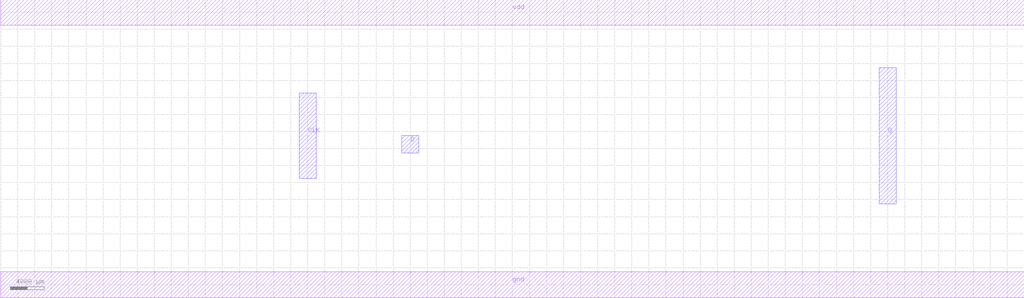
<source format=lef>
MACRO DFFPOSX1
 CLASS CORE ;
 ORIGIN 0 0 ;
 FOREIGN DFFPOSX1 0 0 ;
 SITE CORE ;
 SYMMETRY X Y R90 ;
  PIN vdd
   DIRECTION INOUT ;
   USE SIGNAL ;
   SHAPE ABUTMENT ;
    PORT
     CLASS CORE ;
       LAYER metal1 ;
        RECT 0.00000000 30500.00000000 120000.00000000 33500.00000000 ;
    END
  END vdd

  PIN gnd
   DIRECTION INOUT ;
   USE SIGNAL ;
   SHAPE ABUTMENT ;
    PORT
     CLASS CORE ;
       LAYER metal1 ;
        RECT 0.00000000 -1500.00000000 120000.00000000 1500.00000000 ;
    END
  END gnd

  PIN D
   DIRECTION INOUT ;
   USE SIGNAL ;
   SHAPE ABUTMENT ;
    PORT
     CLASS CORE ;
       LAYER metal2 ;
        RECT 47000.00000000 15500.00000000 49000.00000000 17500.00000000 ;
    END
  END D

  PIN CLK
   DIRECTION INOUT ;
   USE SIGNAL ;
   SHAPE ABUTMENT ;
    PORT
     CLASS CORE ;
       LAYER metal2 ;
        RECT 35000.00000000 12500.00000000 37000.00000000 22500.00000000 ;
    END
  END CLK

  PIN Q
   DIRECTION INOUT ;
   USE SIGNAL ;
   SHAPE ABUTMENT ;
    PORT
     CLASS CORE ;
       LAYER metal2 ;
        RECT 103000.00000000 9500.00000000 105000.00000000 25500.00000000 ;
    END
  END Q


END DFFPOSX1

</source>
